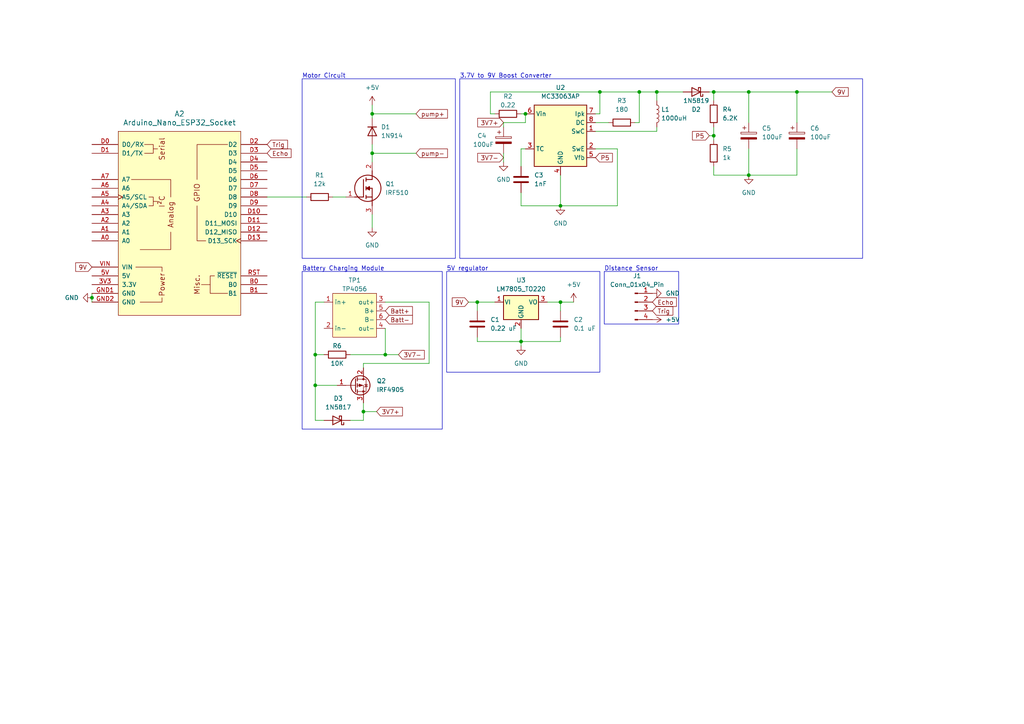
<source format=kicad_sch>
(kicad_sch (version 20230121) (generator eeschema)
  (paper "A4")
  (lib_symbols
    (symbol "Connector:Conn_01x04_Pin" (pin_names (offset 1.016) hide)
      (property "Reference" "J" (at 0 5.08 0))
      (property "Value" "Conn_01x04_Pin" (at 0 -7.62 0))
      (symbol "Conn_01x04_Pin_1_1"
        (polyline (pts (xy 1.27 -5.08) (xy 0.8636 -5.08)) (stroke (width 0.1524)))
        (polyline (pts (xy 1.27 -2.54) (xy 0.8636 -2.54)) (stroke (width 0.1524)))
        (polyline (pts (xy 1.27 0) (xy 0.8636 0)) (stroke (width 0.1524)))
        (polyline (pts (xy 1.27 2.54) (xy 0.8636 2.54)) (stroke (width 0.1524)))
        (rectangle (start 0.8636 -4.953) (end 0 -5.207) (stroke (width 0.1524)) (fill (type outline)))
        (rectangle (start 0.8636 -2.413) (end 0 -2.667) (stroke (width 0.1524)) (fill (type outline)))
        (rectangle (start 0.8636 0.127) (end 0 -0.127) (stroke (width 0.1524)) (fill (type outline)))
        (rectangle (start 0.8636 2.667) (end 0 2.413) (stroke (width 0.1524)) (fill (type outline)))
        (pin passive line (at 5.08 2.54 180) (length 3.81) (name "Pin_1") (number "1"))
        (pin passive line (at 5.08 0 180) (length 3.81) (name "Pin_2") (number "2"))
        (pin passive line (at 5.08 -2.54 180) (length 3.81) (name "Pin_3") (number "3"))
        (pin passive line (at 5.08 -5.08 180) (length 3.81) (name "Pin_4") (number "4"))
      )
    )
    (symbol "Device:C" (pin_numbers hide) (pin_names (offset 0.254))
      (property "Reference" "C" (at 0.635 2.54 0))
      (property "Value" "C" (at 0.635 -2.54 0))
      (symbol "C_0_1"
        (polyline (pts (xy -2.032 -0.762) (xy 2.032 -0.762)) (stroke (width 0.508)))
        (polyline (pts (xy -2.032 0.762) (xy 2.032 0.762)) (stroke (width 0.508)))
      )
      (symbol "C_1_1"
        (pin passive line (at 0 3.81 270) (length 2.794) (name "~") (number "1"))
        (pin passive line (at 0 -3.81 90) (length 2.794) (name "~") (number "2"))
      )
    )
    (symbol "Device:C_Polarized" (pin_numbers hide) (pin_names (offset 0.254))
      (property "Reference" "C" (at 0.635 2.54 0))
      (property "Value" "C_Polarized" (at 0.635 -2.54 0))
      (symbol "C_Polarized_0_1"
        (rectangle (start -2.286 0.508) (end 2.286 1.016))
        (polyline (pts (xy -1.778 2.286) (xy -0.762 2.286)))
        (polyline (pts (xy -1.27 2.794) (xy -1.27 1.778)))
        (rectangle (start 2.286 -0.508) (end -2.286 -1.016) (fill (type outline)))
      )
      (symbol "C_Polarized_1_1"
        (pin passive line (at 0 3.81 270) (length 2.794) (name "~") (number "1"))
        (pin passive line (at 0 -3.81 90) (length 2.794) (name "~") (number "2"))
      )
    )
    (symbol "Device:L" (pin_numbers hide) (pin_names (offset 1.016) hide)
      (property "Reference" "L" (at -1.27 0 90))
      (property "Value" "L" (at 1.905 0 90))
      (symbol "L_0_1"
        (arc (start 0 -2.54) (mid 0.6323 -1.905) (end 0 -1.27))
        (arc (start 0 -1.27) (mid 0.6323 -0.635) (end 0 0))
        (arc (start 0 0) (mid 0.6323 0.635) (end 0 1.27))
        (arc (start 0 1.27) (mid 0.6323 1.905) (end 0 2.54))
      )
      (symbol "L_1_1"
        (pin passive line (at 0 3.81 270) (length 1.27) (name "1") (number "1"))
        (pin passive line (at 0 -3.81 90) (length 1.27) (name "2") (number "2"))
      )
    )
    (symbol "Device:R" (pin_numbers hide) (pin_names (offset 0))
      (property "Reference" "R" (at 2.032 0 90))
      (property "Value" "R" (at 0 0 90))
      (symbol "R_0_1"
        (rectangle (start -1.016 -2.54) (end 1.016 2.54) (stroke (width 0.254)))
      )
      (symbol "R_1_1"
        (pin passive line (at 0 3.81 270) (length 1.27) (name "~") (number "1"))
        (pin passive line (at 0 -3.81 90) (length 1.27) (name "~") (number "2"))
      )
    )
    (symbol "Diode:1N5817" (pin_numbers hide) (pin_names (offset 1.016) hide)
      (property "Reference" "D" (at 0 2.54 0))
      (property "Value" "1N5817" (at 0 -2.54 0))
      (symbol "1N5817_0_1"
        (polyline (pts (xy 1.27 0) (xy -1.27 0)))
        (polyline (pts (xy 1.27 1.27) (xy 1.27 -1.27) (xy -1.27 0) (xy 1.27 1.27)) (stroke (width 0.254)))
        (polyline (pts (xy -1.905 0.635) (xy -1.905 1.27) (xy -1.27 1.27) (xy -1.27 -1.27) (xy -0.635 -1.27) (xy -0.635 -0.635)) (stroke (width 0.254)))
      )
      (symbol "1N5817_1_1"
        (pin passive line (at -3.81 0 0) (length 2.54) (name "K") (number "1"))
        (pin passive line (at 3.81 0 180) (length 2.54) (name "A") (number "2"))
      )
    )
    (symbol "Diode:1N5819" (pin_numbers hide) (pin_names (offset 1.016) hide)
      (property "Reference" "D" (at 0 2.54 0))
      (property "Value" "1N5819" (at 0 -2.54 0))
      (symbol "1N5819_0_1"
        (polyline (pts (xy 1.27 0) (xy -1.27 0)))
        (polyline (pts (xy 1.27 1.27) (xy 1.27 -1.27) (xy -1.27 0) (xy 1.27 1.27)) (stroke (width 0.254)))
        (polyline (pts (xy -1.905 0.635) (xy -1.905 1.27) (xy -1.27 1.27) (xy -1.27 -1.27) (xy -0.635 -1.27) (xy -0.635 -0.635)) (stroke (width 0.254)))
      )
      (symbol "1N5819_1_1"
        (pin passive line (at -3.81 0 0) (length 2.54) (name "K") (number "1"))
        (pin passive line (at 3.81 0 180) (length 2.54) (name "A") (number "2"))
      )
    )
    (symbol "Diode:1N914" (pin_numbers hide) (pin_names hide)
      (property "Reference" "D" (at 0 2.54 0))
      (property "Value" "1N914" (at 0 -2.54 0))
      (symbol "1N914_0_1"
        (polyline (pts (xy -1.27 1.27) (xy -1.27 -1.27)) (stroke (width 0.254)))
        (polyline (pts (xy 1.27 0) (xy -1.27 0)))
        (polyline (pts (xy 1.27 1.27) (xy 1.27 -1.27) (xy -1.27 0) (xy 1.27 1.27)) (stroke (width 0.254)))
      )
      (symbol "1N914_1_1"
        (pin passive line (at -3.81 0 0) (length 2.54) (name "K") (number "1"))
        (pin passive line (at 3.81 0 180) (length 2.54) (name "A") (number "2"))
      )
    )
    (symbol "IRF510:IRF510" (pin_names hide)
      (property "Reference" "Q" (at 11.43 3.81 0))
      (property "Value" "IRF510" (at 11.43 1.27 0))
      (symbol "IRF510_1_1"
        (polyline (pts (xy 2.54 0) (xy 5.08 0)) (stroke (width 0.254)))
        (polyline (pts (xy 5.08 5.08) (xy 5.08 0)) (stroke (width 0.254)))
        (polyline (pts (xy 5.842 -0.508) (xy 5.842 0.508)) (stroke (width 0.254)))
        (polyline (pts (xy 5.842 0) (xy 7.62 0)) (stroke (width 0.254)))
        (polyline (pts (xy 5.842 2.032) (xy 5.842 3.048)) (stroke (width 0.254)))
        (polyline (pts (xy 5.842 5.588) (xy 5.842 4.572)) (stroke (width 0.254)))
        (polyline (pts (xy 7.62 2.54) (xy 5.842 2.54)) (stroke (width 0.254)))
        (polyline (pts (xy 7.62 2.54) (xy 7.62 -2.54)) (stroke (width 0.254)))
        (polyline (pts (xy 7.62 5.08) (xy 5.842 5.08)) (stroke (width 0.254)))
        (polyline (pts (xy 7.62 5.08) (xy 7.62 7.62)) (stroke (width 0.254)))
        (polyline (pts (xy 5.842 2.54) (xy 6.858 3.048) (xy 6.858 2.032) (xy 5.842 2.54)) (stroke (width 0.254)) (fill (type outline)))
        (circle (center 6.35 2.54) (radius 3.81) (stroke (width 0.254)))
        (pin passive line (at 0 0 0) (length 2.54) (name "G") (number "1"))
        (pin passive line (at 7.62 10.16 270) (length 2.54) (name "D") (number "2"))
        (pin passive line (at 7.62 -5.08 90) (length 2.54) (name "S") (number "3"))
      )
    )
    (symbol "Regulator_Linear:LM7805_TO220" (pin_names (offset 0.254))
      (property "Reference" "U" (at -3.81 3.175 0))
      (property "Value" "LM7805_TO220" (at 0 3.175 0))
      (symbol "LM7805_TO220_0_1"
        (rectangle (start -5.08 1.905) (end 5.08 -5.08) (stroke (width 0.254)) (fill (type background)))
      )
      (symbol "LM7805_TO220_1_1"
        (pin power_in line (at -7.62 0 0) (length 2.54) (name "VI") (number "1"))
        (pin power_in line (at 0 -7.62 90) (length 2.54) (name "GND") (number "2"))
        (pin power_out line (at 7.62 0 180) (length 2.54) (name "VO") (number "3"))
      )
    )
    (symbol "Regulator_Switching:MC33063AP"
      (property "Reference" "U" (at -7.62 8.89 0))
      (property "Value" "MC33063AP" (at 0 8.89 0))
      (symbol "MC33063AP_0_1"
        (rectangle (start -7.62 7.62) (end 7.62 -10.16) (stroke (width 0.254)) (fill (type background)))
      )
      (symbol "MC33063AP_1_1"
        (pin open_collector line (at 10.16 0 180) (length 2.54) (name "SwC") (number "1"))
        (pin open_emitter line (at 10.16 -5.08 180) (length 2.54) (name "SwE") (number "2"))
        (pin passive line (at -10.16 -5.08 0) (length 2.54) (name "TC") (number "3"))
        (pin power_in line (at 0 -12.7 90) (length 2.54) (name "GND") (number "4"))
        (pin input line (at 10.16 -7.62 180) (length 2.54) (name "Vfb") (number "5"))
        (pin power_in line (at -10.16 5.08 0) (length 2.54) (name "Vin") (number "6"))
        (pin input line (at 10.16 5.08 180) (length 2.54) (name "Ipk") (number "7"))
        (pin open_collector line (at 10.16 2.54 180) (length 2.54) (name "DC") (number "8"))
      )
    )
    (symbol "TP4056:TP4056"
      (property "Reference" "TP4056" (at 0 7.62 0))
      (symbol "TP4056_1_1"
        (rectangle (start -6.35 6.35) (end 6.35 -6.35) (fill (type background)))
        (pin input line (at -8.89 3.81 0) (length 2.54) (name "in+") (number "1"))
        (pin input line (at -8.89 -3.81 0) (length 2.54) (name "in-") (number "2"))
        (pin output line (at 8.89 3.81 180) (length 2.54) (name "out+") (number "3"))
        (pin output line (at 8.89 -3.81 180) (length 2.54) (name "out-") (number "4"))
        (pin output line (at 8.89 1.27 180) (length 2.54) (name "B+") (number "5"))
        (pin output line (at 8.89 -1.27 180) (length 2.54) (name "B-") (number "6"))
      )
    )
    (symbol "Transistor_FET:IRF4905" (pin_names hide)
      (property "Reference" "Q" (at 5.08 1.905 0))
      (property "Value" "IRF4905" (at 5.08 0 0))
      (symbol "IRF4905_0_1"
        (polyline (pts (xy 0.254 0) (xy -2.54 0)))
        (polyline (pts (xy 0.254 1.905) (xy 0.254 -1.905)) (stroke (width 0.254)))
        (polyline (pts (xy 0.762 -1.27) (xy 0.762 -2.286)) (stroke (width 0.254)))
        (polyline (pts (xy 0.762 0.508) (xy 0.762 -0.508)) (stroke (width 0.254)))
        (polyline (pts (xy 0.762 2.286) (xy 0.762 1.27)) (stroke (width 0.254)))
        (polyline (pts (xy 2.54 2.54) (xy 2.54 1.778)))
        (polyline (pts (xy 2.54 -2.54) (xy 2.54 0) (xy 0.762 0)))
        (polyline (pts (xy 0.762 1.778) (xy 3.302 1.778) (xy 3.302 -1.778) (xy 0.762 -1.778)))
        (polyline (pts (xy 2.286 0) (xy 1.27 0.381) (xy 1.27 -0.381) (xy 2.286 0)) (fill (type outline)))
        (polyline (pts (xy 2.794 -0.508) (xy 2.921 -0.381) (xy 3.683 -0.381) (xy 3.81 -0.254)))
        (polyline (pts (xy 3.302 -0.381) (xy 2.921 0.254) (xy 3.683 0.254) (xy 3.302 -0.381)))
        (circle (center 1.651 0) (radius 2.794) (stroke (width 0.254)))
        (circle (center 2.54 -1.778) (radius 0.254) (fill (type outline)))
        (circle (center 2.54 1.778) (radius 0.254) (fill (type outline)))
      )
      (symbol "IRF4905_1_1"
        (pin input line (at -5.08 0 0) (length 2.54) (name "G") (number "1"))
        (pin passive line (at 2.54 5.08 270) (length 2.54) (name "D") (number "2"))
        (pin passive line (at 2.54 -5.08 90) (length 2.54) (name "S") (number "3"))
      )
    )
    (symbol "arduino-library:Arduino_Nano_ESP32_Socket" (pin_names (offset 1.016))
      (property "Reference" "A" (at 0 33.02 0))
      (property "Value" "Arduino_Nano_ESP32_Socket" (at 0 29.21 0))
      (symbol "Arduino_Nano_ESP32_Socket_0_0"
        (rectangle (start -17.78 26.67) (end 17.78 -26.67) (fill (type background)))
        (polyline (pts (xy -7.62 6.35) (xy -6.35 6.35)))
        (polyline (pts (xy -7.62 21.59) (xy -6.35 21.59)))
        (polyline (pts (xy 8.89 -17.78) (xy 6.35 -17.78)))
        (polyline (pts (xy -11.43 -22.86) (xy -5.08 -22.86) (xy -5.08 -21.59)))
        (polyline (pts (xy -5.08 -13.97) (xy -5.08 -12.7) (xy -12.7 -12.7)))
        (polyline (pts (xy -10.16 22.86) (xy -7.62 22.86) (xy -7.62 20.32) (xy -10.16 20.32)))
        (polyline (pts (xy -8.89 7.62) (xy -7.62 7.62) (xy -7.62 5.08) (xy -8.89 5.08)))
        (text "Analog" (at -2.54 2.54 900) (effects (font (size 1.524 1.524))))
        (text "I²C" (at -5.08 6.35 900) (effects (font (size 1.524 1.524))))
        (text "Misc." (at 5.08 -17.78 900) (effects (font (size 1.524 1.524))))
        (text "Power" (at -5.08 -17.78 900) (effects (font (size 1.524 1.524))))
        (text "Serial" (at -5.08 21.59 900) (effects (font (size 1.524 1.524))))
      )
      (symbol "Arduino_Nano_ESP32_Socket_0_1"
        (polyline (pts (xy -13.97 12.7) (xy -2.54 12.7) (xy -2.54 7.62)))
        (polyline (pts (xy -11.43 -7.62) (xy -2.54 -7.62) (xy -2.54 -2.54)))
        (polyline (pts (xy 7.62 -5.08) (xy 5.08 -5.08) (xy 5.08 5.08)))
        (polyline (pts (xy 13.97 22.86) (xy 5.08 22.86) (xy 5.08 12.7)))
        (polyline (pts (xy 10.16 -15.24) (xy 8.89 -15.24) (xy 8.89 -20.32) (xy 13.97 -20.32)))
      )
      (symbol "Arduino_Nano_ESP32_Socket_1_0"
        (text "GPIO" (at 5.08 8.89 900) (effects (font (size 1.524 1.524))))
      )
      (symbol "Arduino_Nano_ESP32_Socket_1_1"
        (pin power_out line (at -25.4 -17.78 0) (length 7.62) (name "3.3V") (number "3V3"))
        (pin power_in line (at -25.4 -15.24 0) (length 7.62) (name "5V") (number "5V"))
        (pin bidirectional line (at -25.4 -5.08 0) (length 7.62) (name "A0") (number "A0"))
        (pin bidirectional line (at -25.4 -2.54 0) (length 7.62) (name "A1") (number "A1"))
        (pin bidirectional line (at -25.4 0 0) (length 7.62) (name "A2") (number "A2"))
        (pin bidirectional line (at -25.4 2.54 0) (length 7.62) (name "A3") (number "A3"))
        (pin bidirectional line (at -25.4 5.08 0) (length 7.62) (name "A4/SDA") (number "A4"))
        (pin bidirectional clock (at -25.4 7.62 0) (length 7.62) (name "A5/SCL") (number "A5"))
        (pin input line (at -25.4 10.16 0) (length 7.62) (name "A6") (number "A6"))
        (pin input line (at -25.4 12.7 0) (length 7.62) (name "A7") (number "A7"))
        (pin bidirectional line (at 25.4 -17.78 180) (length 7.62) (name "B0") (number "B0"))
        (pin bidirectional line (at 25.4 -20.32 180) (length 7.62) (name "B1") (number "B1"))
        (pin bidirectional line (at -25.4 22.86 0) (length 7.62) (name "D0/RX") (number "D0"))
        (pin bidirectional line (at -25.4 20.32 0) (length 7.62) (name "D1/TX") (number "D1"))
        (pin bidirectional line (at 25.4 2.54 180) (length 7.62) (name "D10") (number "D10"))
        (pin bidirectional line (at 25.4 0 180) (length 7.62) (name "D11_MOSI") (number "D11"))
        (pin bidirectional line (at 25.4 -2.54 180) (length 7.62) (name "D12_MISO") (number "D12"))
        (pin bidirectional clock (at 25.4 -5.08 180) (length 7.62) (name "D13_SCK") (number "D13"))
        (pin bidirectional line (at 25.4 22.86 180) (length 7.62) (name "D2") (number "D2"))
        (pin bidirectional line (at 25.4 20.32 180) (length 7.62) (name "D3") (number "D3"))
        (pin bidirectional line (at 25.4 17.78 180) (length 7.62) (name "D4") (number "D4"))
        (pin bidirectional line (at 25.4 15.24 180) (length 7.62) (name "D5") (number "D5"))
        (pin bidirectional line (at 25.4 12.7 180) (length 7.62) (name "D6") (number "D6"))
        (pin bidirectional line (at 25.4 10.16 180) (length 7.62) (name "D7") (number "D7"))
        (pin bidirectional line (at 25.4 7.62 180) (length 7.62) (name "D8") (number "D8"))
        (pin bidirectional line (at 25.4 5.08 180) (length 7.62) (name "D9") (number "D9"))
        (pin power_in line (at -25.4 -20.32 0) (length 7.62) (name "GND") (number "GND1"))
        (pin power_in line (at -25.4 -22.86 0) (length 7.62) (name "GND") (number "GND2"))
        (pin open_collector line (at 25.4 -15.24 180) (length 7.62) (name "~{RESET}") (number "RST"))
        (pin power_in line (at -25.4 -12.7 0) (length 7.62) (name "VIN") (number "VIN"))
      )
    )
    (symbol "power:+5V" (power) (pin_names (offset 0))
      (property "Value" "+5V" (at 0 3.556 0))
      (symbol "+5V_0_1"
        (polyline (pts (xy -0.762 1.27) (xy 0 2.54)))
        (polyline (pts (xy 0 0) (xy 0 2.54)))
        (polyline (pts (xy 0 2.54) (xy 0.762 1.27)))
      )
      (symbol "+5V_1_1"
        (pin power_in line (at 0 0 90) (length 0) hide (name "+5V") (number "1"))
      )
    )
    (symbol "power:GND" (power) (pin_names (offset 0))
      (property "Value" "GND" (at 0 -3.81 0))
      (symbol "GND_0_1"
        (polyline (pts (xy 0 0) (xy 0 -1.27) (xy 1.27 -1.27) (xy 0 -2.54) (xy -1.27 -1.27) (xy 0 -1.27)))
      )
      (symbol "GND_1_1"
        (pin power_in line (at 0 0 270) (length 0) hide (name "GND") (number "1"))
      )
    )
  )
  (junction (at 151.13 99.06))
  (junction (at 231.14 26.67))
  (junction (at 162.56 87.63))
  (junction (at 190.5 26.67))
  (junction (at 152.4 33.02))
  (junction (at 162.56 59.69))
  (junction (at 91.44 102.87))
  (junction (at 217.17 50.8))
  (junction (at 111.76 102.87))
  (junction (at 26.67 86.36))
  (junction (at 105.41 119.38))
  (junction (at 107.95 44.45))
  (junction (at 217.17 26.67))
  (junction (at 107.95 33.02))
  (junction (at 185.42 26.67))
  (junction (at 138.43 87.63))
  (junction (at 173.99 26.67))
  (junction (at 91.44 111.76))
  (junction (at 207.01 26.67))
  (junction (at 207.01 39.37))
  (wire (pts (xy 107.95 62.23) (xy 107.95 66.04)))
  (wire (pts (xy 111.76 95.25) (xy 111.76 102.87)))
  (wire (pts (xy 91.44 102.87) (xy 93.98 102.87)))
  (wire (pts (xy 91.44 111.76) (xy 97.79 111.76)))
  (wire (pts (xy 142.24 26.67) (xy 173.99 26.67)))
  (wire (pts (xy 26.67 85.09) (xy 26.67 86.36)))
  (wire (pts (xy 231.14 26.67) (xy 241.3 26.67)))
  (wire (pts (xy 217.17 50.8) (xy 231.14 50.8)))
  (wire (pts (xy 185.42 26.67) (xy 185.42 35.56)))
  (wire (pts (xy 124.46 105.41) (xy 105.41 105.41)))
  (wire (pts (xy 26.67 86.36) (xy 26.67 87.63)))
  (wire (pts (xy 184.15 35.56) (xy 185.42 35.56)))
  (wire (pts (xy 207.01 50.8) (xy 217.17 50.8)))
  (wire (pts (xy 190.5 36.83) (xy 190.5 38.1)))
  (wire (pts (xy 135.89 87.63) (xy 138.43 87.63)))
  (wire (pts (xy 151.13 33.02) (xy 152.4 33.02)))
  (wire (pts (xy 173.99 26.67) (xy 185.42 26.67)))
  (wire (pts (xy 172.72 33.02) (xy 173.99 33.02)))
  (wire (pts (xy 207.01 26.67) (xy 217.17 26.67)))
  (wire (pts (xy 173.99 26.67) (xy 173.99 33.02)))
  (wire (pts (xy 162.56 87.63) (xy 166.37 87.63)))
  (wire (pts (xy 107.95 30.48) (xy 107.95 33.02)))
  (wire (pts (xy 101.6 102.87) (xy 111.76 102.87)))
  (wire (pts (xy 190.5 29.21) (xy 190.5 26.67)))
  (wire (pts (xy 138.43 87.63) (xy 138.43 90.17)))
  (wire (pts (xy 205.74 39.37) (xy 207.01 39.37)))
  (wire (pts (xy 151.13 99.06) (xy 162.56 99.06)))
  (wire (pts (xy 105.41 105.41) (xy 105.41 106.68)))
  (wire (pts (xy 207.01 48.26) (xy 207.01 50.8)))
  (wire (pts (xy 207.01 39.37) (xy 207.01 40.64)))
  (wire (pts (xy 162.56 59.69) (xy 179.07 59.69)))
  (wire (pts (xy 205.74 26.67) (xy 207.01 26.67)))
  (wire (pts (xy 162.56 97.79) (xy 162.56 99.06)))
  (wire (pts (xy 124.46 87.63) (xy 124.46 105.41)))
  (wire (pts (xy 146.05 35.56) (xy 146.05 36.83)))
  (wire (pts (xy 217.17 26.67) (xy 231.14 26.67)))
  (wire (pts (xy 138.43 99.06) (xy 151.13 99.06)))
  (wire (pts (xy 77.47 57.15) (xy 88.9 57.15)))
  (wire (pts (xy 179.07 43.18) (xy 179.07 59.69)))
  (wire (pts (xy 107.95 33.02) (xy 120.65 33.02)))
  (wire (pts (xy 143.51 33.02) (xy 142.24 33.02)))
  (wire (pts (xy 207.01 26.67) (xy 207.01 29.21)))
  (wire (pts (xy 91.44 111.76) (xy 91.44 121.92)))
  (wire (pts (xy 231.14 43.18) (xy 231.14 50.8)))
  (wire (pts (xy 231.14 26.67) (xy 231.14 35.56)))
  (wire (pts (xy 190.5 26.67) (xy 198.12 26.67)))
  (wire (pts (xy 162.56 87.63) (xy 162.56 90.17)))
  (wire (pts (xy 217.17 26.67) (xy 217.17 35.56)))
  (wire (pts (xy 162.56 50.8) (xy 162.56 59.69)))
  (wire (pts (xy 96.52 57.15) (xy 100.33 57.15)))
  (wire (pts (xy 172.72 38.1) (xy 190.5 38.1)))
  (wire (pts (xy 109.22 119.38) (xy 105.41 119.38)))
  (wire (pts (xy 151.13 59.69) (xy 162.56 59.69)))
  (wire (pts (xy 105.41 119.38) (xy 105.41 121.92)))
  (wire (pts (xy 151.13 100.33) (xy 151.13 99.06)))
  (wire (pts (xy 152.4 33.02) (xy 152.4 35.56)))
  (wire (pts (xy 107.95 44.45) (xy 120.65 44.45)))
  (wire (pts (xy 142.24 33.02) (xy 142.24 26.67)))
  (wire (pts (xy 107.95 41.91) (xy 107.95 44.45)))
  (wire (pts (xy 101.6 121.92) (xy 105.41 121.92)))
  (wire (pts (xy 146.05 44.45) (xy 146.05 46.99)))
  (wire (pts (xy 172.72 35.56) (xy 176.53 35.56)))
  (wire (pts (xy 107.95 33.02) (xy 107.95 34.29)))
  (wire (pts (xy 185.42 26.67) (xy 190.5 26.67)))
  (wire (pts (xy 217.17 43.18) (xy 217.17 50.8)))
  (wire (pts (xy 111.76 102.87) (xy 115.57 102.87)))
  (wire (pts (xy 151.13 99.06) (xy 151.13 95.25)))
  (wire (pts (xy 152.4 43.18) (xy 151.13 43.18)))
  (wire (pts (xy 151.13 55.88) (xy 151.13 59.69)))
  (wire (pts (xy 107.95 44.45) (xy 107.95 46.99)))
  (wire (pts (xy 111.76 87.63) (xy 124.46 87.63)))
  (wire (pts (xy 138.43 87.63) (xy 143.51 87.63)))
  (wire (pts (xy 207.01 36.83) (xy 207.01 39.37)))
  (wire (pts (xy 91.44 87.63) (xy 91.44 102.87)))
  (wire (pts (xy 138.43 97.79) (xy 138.43 99.06)))
  (wire (pts (xy 172.72 43.18) (xy 179.07 43.18)))
  (wire (pts (xy 105.41 116.84) (xy 105.41 119.38)))
  (wire (pts (xy 91.44 121.92) (xy 93.98 121.92)))
  (wire (pts (xy 93.98 87.63) (xy 91.44 87.63)))
  (wire (pts (xy 151.13 43.18) (xy 151.13 48.26)))
  (wire (pts (xy 91.44 102.87) (xy 91.44 111.76)))
  (wire (pts (xy 158.75 87.63) (xy 162.56 87.63)))
  (wire (pts (xy 146.05 35.56) (xy 152.4 35.56)))
  (rectangle (start 129.54 78.74) (end 173.99 107.95))
  (rectangle (start 175.26 78.74) (end 196.85 93.98))
  (rectangle (start 87.63 78.74) (end 128.27 124.46))
  (rectangle (start 87.63 22.86) (end 132.08 74.93))
  (rectangle (start 133.35 22.86) (end 250.19 74.93))
  (text "Distance Sensor" (at 175.26 78.74 0) (effects (font (size 1.27 1.27)) (justify left bottom)))
  (text "3.7V to 9V Boost Converter" (at 133.35 22.86 0) (effects (font (size 1.27 1.27)) (justify left bottom)))
  (text "5V regulator" (at 129.54 78.74 0) (effects (font (size 1.27 1.27)) (justify left bottom)))
  (text "Battery Charging Module" (at 87.63 78.74 0) (effects (font (size 1.27 1.27)) (justify left bottom)))
  (text "Motor Circuit" (at 87.63 22.86 0) (effects (font (size 1.27 1.27)) (justify left bottom)))
  (global_label "9V" (shape input) (at 135.89 87.63 180) (property "Intersheetrefs" "${INTERSHEET_REFS}" (effects hide)))
  (global_label "9V" (shape input) (at 26.67 77.47 180) (property "Intersheetrefs" "${INTERSHEET_REFS}" (effects hide)))
  (global_label "3V7-" (shape input) (at 146.05 45.72 180) (property "Intersheetrefs" "${INTERSHEET_REFS}" (effects hide)))
  (global_label "Echo" (shape input) (at 189.23 87.63 0) (property "Intersheetrefs" "${INTERSHEET_REFS}" (effects hide)))
  (global_label "3V7-" (shape input) (at 115.57 102.87 0) (property "Intersheetrefs" "${INTERSHEET_REFS}" (effects hide)))
  (global_label "P5" (shape input) (at 172.72 45.72 0) (property "Intersheetrefs" "${INTERSHEET_REFS}" (effects hide)))
  (global_label "Trig" (shape input) (at 189.23 90.17 0) (property "Intersheetrefs" "${INTERSHEET_REFS}" (effects hide)))
  (global_label "Echo" (shape input) (at 77.47 44.45 0) (property "Intersheetrefs" "${INTERSHEET_REFS}" (effects hide)))
  (global_label "3V7+" (shape input) (at 109.22 119.38 0) (property "Intersheetrefs" "${INTERSHEET_REFS}" (effects hide)))
  (global_label "pump-" (shape input) (at 120.65 44.45 0) (property "Intersheetrefs" "${INTERSHEET_REFS}" (effects hide)))
  (global_label "Batt-" (shape input) (at 111.76 92.71 0) (property "Intersheetrefs" "${INTERSHEET_REFS}" (effects hide)))
  (global_label "Batt+" (shape input) (at 111.76 90.17 0) (property "Intersheetrefs" "${INTERSHEET_REFS}" (effects hide)))
  (global_label "pump+" (shape input) (at 120.65 33.02 0) (property "Intersheetrefs" "${INTERSHEET_REFS}" (effects hide)))
  (global_label "Trig" (shape input) (at 77.47 41.91 0) (property "Intersheetrefs" "${INTERSHEET_REFS}" (effects hide)))
  (global_label "P5" (shape input) (at 205.74 39.37 180) (property "Intersheetrefs" "${INTERSHEET_REFS}" (effects hide)))
  (global_label "3V7+" (shape input) (at 146.05 35.56 180) (property "Intersheetrefs" "${INTERSHEET_REFS}" (effects hide)))
  (global_label "9V" (shape input) (at 241.3 26.67 0) (property "Intersheetrefs" "${INTERSHEET_REFS}" (effects hide)))
  (symbol (lib_id "Diode:1N914") (at 107.95 38.1 270) (unit 1)
    (property "Reference" "D1" (at 110.49 36.83 90) (effects (justify left)))
    (property "Value" "1N914" (at 110.49 39.37 90) (effects (justify left)))
    (property "Footprint" "Diode_THT:D_DO-35_SOD27_P7.62mm_Horizontal" (effects hide))
    (property "Datasheet" "http://www.vishay.com/docs/85622/1n914.pdf" (effects hide))
    (property "Sim.Device" "D" (effects hide))
    (property "Sim.Pins" "1=K 2=A" (effects hide))
  )
  (symbol (lib_id "power:GND") (at 151.13 100.33 0) (unit 1)
    (property "Reference" "#PWR05" (effects hide))
    (property "Value" "GND" (at 151.13 105.41 0))
  )
  (symbol (lib_id "Regulator_Linear:LM7805_TO220") (at 151.13 87.63 0) (unit 1)
    (property "Reference" "U3" (at 151.13 81.28 0))
    (property "Value" "LM7805_TO220" (at 151.13 83.82 0))
    (property "Footprint" "Package_TO_SOT_THT:TO-220-3_Vertical" (effects hide))
    (property "Datasheet" "https://www.onsemi.cn/PowerSolutions/document/MC7800-D.PDF" (effects hide))
  )
  (symbol (lib_id "Device:C") (at 162.56 93.98 0) (unit 1)
    (property "Reference" "C2" (at 166.37 92.71 0) (effects (justify left)))
    (property "Value" "0.1 uF" (at 166.37 95.25 0) (effects (justify left)))
    (property "Footprint" "Capacitor_THT:C_Axial_L5.1mm_D3.1mm_P7.50mm_Horizontal" (effects hide))
  )
  (symbol (lib_id "Device:R") (at 92.71 57.15 90) (unit 1)
    (property "Reference" "R1" (at 92.71 50.8 90))
    (property "Value" "12k" (at 92.71 53.34 90))
    (property "Footprint" "Resistor_THT:R_Axial_DIN0207_L6.3mm_D2.5mm_P7.62mm_Horizontal" (effects hide))
  )
  (symbol (lib_id "power:+5V") (at 107.95 30.48 0) (unit 1)
    (property "Reference" "#PWR02" (effects hide))
    (property "Value" "+5V" (at 107.95 25.4 0))
  )
  (symbol (lib_id "Connector:Conn_01x04_Pin") (at 184.15 87.63 0) (unit 1)
    (property "Reference" "J1" (at 184.785 80.01 0))
    (property "Value" "Conn_01x04_Pin" (at 184.785 82.55 0))
    (property "Footprint" "Connector_PinHeader_2.54mm:PinHeader_1x04_P2.54mm_Vertical" (effects hide))
  )
  (symbol (lib_id "IRF510:IRF510") (at 100.33 57.15 0) (unit 1)
    (property "Reference" "Q1" (at 111.76 53.34 0) (effects (justify left)))
    (property "Value" "IRF510" (at 111.76 55.88 0) (effects (justify left)))
    (property "Footprint" "footprints:IRF510PBF" (effects hide))
    (property "Datasheet" "https://datasheet.datasheetarchive.com/originals/distributors/Datasheets-DGA23/1581363.pdf" (effects hide))
    (property "Height" "4.65" (effects hide))
    (property "Mouser Part Number" "844-IRF510" (effects hide))
    (property "Mouser Price/Stock" "https://www.mouser.co.uk/ProductDetail/Vishay-Siliconix/IRF510?qs=ehM%252BESVsXgwwPzb18JjqFw%3D%3D" (effects hide))
    (property "Manufacturer_Name" "Vishay" (effects hide))
    (property "Manufacturer_Part_Number" "IRF510" (effects hide))
  )
  (symbol (lib_id "Device:C") (at 138.43 93.98 0) (unit 1)
    (property "Reference" "C1" (at 142.24 92.71 0) (effects (justify left)))
    (property "Value" "0.22 uF" (at 142.24 95.25 0) (effects (justify left)))
    (property "Footprint" "Capacitor_THT:C_Axial_L5.1mm_D3.1mm_P7.50mm_Horizontal" (effects hide))
  )
  (symbol (lib_id "power:GND") (at 26.67 86.36 270) (unit 1)
    (property "Reference" "#PWR03" (effects hide))
    (property "Value" "GND" (at 22.86 86.36 90) (effects (justify right)))
  )
  (symbol (lib_id "arduino-library:Arduino_Nano_ESP32_Socket") (at 52.07 64.77 0) (unit 1)
    (property "Reference" "A2" (at 52.07 33.02 0) (effects (font (size 1.524 1.524))))
    (property "Value" "Arduino_Nano_ESP32_Socket" (at 52.07 35.56 0) (effects (font (size 1.524 1.524))))
    (property "Footprint" "footprints:Arduino_Nano_ESP32_Socket" (effects hide))
    (property "Datasheet" "https://docs.arduino.cc/hardware/nano-esp32" (effects hide))
  )
  (symbol (lib_id "power:GND") (at 189.23 85.09 90) (unit 1)
    (property "Reference" "#PWR07" (effects hide))
    (property "Value" "GND" (at 193.04 85.09 90) (effects (justify right)))
  )
  (symbol (lib_id "Device:L") (at 190.5 33.02 0) (unit 1)
    (property "Reference" "L1" (at 191.77 31.75 0) (effects (justify left)))
    (property "Value" "1000uH" (at 191.77 34.29 0) (effects (justify left)))
    (property "Footprint" "Inductor_THT:L_Axial_L7.0mm_D3.3mm_P10.16mm_Horizontal_Fastron_MICC" (effects hide))
  )
  (symbol (lib_id "Diode:1N5817") (at 97.79 121.92 180) (unit 1)
    (property "Reference" "D3" (at 98.1075 115.57 0))
    (property "Value" "1N5817" (at 98.1075 118.11 0))
    (property "Footprint" "Diode_THT:D_DO-41_SOD81_P10.16mm_Horizontal" (effects hide))
    (property "Datasheet" "http://www.vishay.com/docs/88525/1n5817.pdf" (effects hide))
  )
  (symbol (lib_id "power:+5V") (at 166.37 87.63 0) (unit 1)
    (property "Reference" "#PWR06" (effects hide))
    (property "Value" "+5V" (at 166.37 82.55 0))
  )
  (symbol (lib_id "Device:C_Polarized") (at 217.17 39.37 0) (unit 1)
    (property "Reference" "C5" (at 220.98 37.211 0) (effects (justify left)))
    (property "Value" "100uF" (at 220.98 39.751 0) (effects (justify left)))
    (property "Footprint" "Capacitor_THT:CP_Radial_Tantal_D6.0mm_P2.50mm" (effects hide))
  )
  (symbol (lib_id "power:GND") (at 162.56 59.69 0) (unit 1)
    (property "Reference" "#PWR08" (effects hide))
    (property "Value" "GND" (at 162.56 64.77 0))
  )
  (symbol (lib_id "Device:C_Polarized") (at 146.05 40.64 0) (unit 1)
    (property "Reference" "C4" (at 138.43 39.37 0) (effects (justify left)))
    (property "Value" "100uF" (at 137.16 41.91 0) (effects (justify left)))
    (property "Footprint" "Capacitor_THT:CP_Radial_Tantal_D6.0mm_P2.50mm" (effects hide))
  )
  (symbol (lib_id "Regulator_Switching:MC33063AP") (at 162.56 38.1 0) (unit 1)
    (property "Reference" "U2" (at 162.56 25.4 0))
    (property "Value" "MC33063AP" (at 162.56 27.94 0))
    (property "Footprint" "Package_DIP:DIP-8_W7.62mm" (effects hide))
    (property "Datasheet" "http://www.onsemi.com/pub_link/Collateral/MC34063A-D.PDF" (effects hide))
  )
  (symbol (lib_id "power:GND") (at 107.95 66.04 0) (unit 1)
    (property "Reference" "#PWR01" (effects hide))
    (property "Value" "GND" (at 107.95 71.12 0))
  )
  (symbol (lib_id "power:GND") (at 217.17 50.8 0) (unit 1)
    (property "Reference" "#PWR010" (effects hide))
    (property "Value" "GND" (at 217.17 55.88 0))
  )
  (symbol (lib_id "Device:R") (at 147.32 33.02 90) (unit 1)
    (property "Reference" "R2" (at 147.32 27.94 90))
    (property "Value" "0.22" (at 147.32 30.48 90))
    (property "Footprint" "Resistor_THT:R_Axial_DIN0207_L6.3mm_D2.5mm_P7.62mm_Horizontal" (effects hide))
  )
  (symbol (lib_id "Device:R") (at 97.79 102.87 90) (unit 1)
    (property "Reference" "R6" (at 97.79 100.33 90))
    (property "Value" "10K" (at 97.79 105.41 90))
    (property "Footprint" "Resistor_THT:R_Axial_DIN0207_L6.3mm_D2.5mm_P7.62mm_Horizontal" (effects hide))
  )
  (symbol (lib_id "Device:C_Polarized") (at 231.14 39.37 0) (unit 1)
    (property "Reference" "C6" (at 234.95 37.211 0) (effects (justify left)))
    (property "Value" "100uF" (at 234.95 39.751 0) (effects (justify left)))
    (property "Footprint" "Capacitor_THT:CP_Radial_Tantal_D6.0mm_P2.50mm" (effects hide))
  )
  (symbol (lib_id "Diode:1N5819") (at 201.93 26.67 180) (unit 1)
    (property "Reference" "D2" (at 201.93 31.75 0))
    (property "Value" "1N5819" (at 201.93 29.21 0))
    (property "Footprint" "Diode_THT:D_DO-41_SOD81_P10.16mm_Horizontal" (effects hide))
    (property "Datasheet" "http://www.vishay.com/docs/88525/1n5817.pdf" (effects hide))
  )
  (symbol (lib_id "Device:R") (at 207.01 33.02 0) (unit 1)
    (property "Reference" "R4" (at 209.55 31.75 0) (effects (justify left)))
    (property "Value" "6.2K" (at 209.55 34.29 0) (effects (justify left)))
    (property "Footprint" "Resistor_THT:R_Axial_DIN0207_L6.3mm_D2.5mm_P7.62mm_Horizontal" (effects hide))
  )
  (symbol (lib_id "power:+5V") (at 189.23 92.71 270) (unit 1)
    (property "Reference" "#PWR04" (effects hide))
    (property "Value" "+5V" (at 193.04 92.71 90) (effects (justify left)))
  )
  (symbol (lib_id "Transistor_FET:IRF4905") (at 102.87 111.76 0) (unit 1)
    (property "Reference" "Q2" (at 109.22 110.49 0) (effects (justify left)))
    (property "Value" "IRF4905" (at 109.22 113.03 0) (effects (justify left)))
    (property "Footprint" "Package_TO_SOT_THT:TO-220-3_Vertical" (effects hide))
    (property "Datasheet" "http://www.infineon.com/dgdl/irf4905.pdf?fileId=5546d462533600a4015355e32165197c" (effects hide))
  )
  (symbol (lib_id "Device:R") (at 180.34 35.56 90) (unit 1)
    (property "Reference" "R3" (at 180.34 29.21 90))
    (property "Value" "180" (at 180.34 31.75 90))
    (property "Footprint" "Resistor_THT:R_Axial_DIN0207_L6.3mm_D2.5mm_P7.62mm_Horizontal" (effects hide))
  )
  (symbol (lib_id "Device:R") (at 207.01 44.45 0) (unit 1)
    (property "Reference" "R5" (at 209.55 43.18 0) (effects (justify left)))
    (property "Value" "1k" (at 209.55 45.72 0) (effects (justify left)))
    (property "Footprint" "Resistor_THT:R_Axial_DIN0207_L6.3mm_D2.5mm_P7.62mm_Horizontal" (effects hide))
  )
  (symbol (lib_id "TP4056:TP4056") (at 102.87 91.44 0) (unit 1)
    (property "Reference" "TP1" (at 102.87 81.28 0))
    (property "Value" "TP4056" (at 102.87 83.82 0))
    (property "Footprint" "TP4056:TP4056-18650" (effects hide))
  )
  (symbol (lib_id "Device:C") (at 151.13 52.07 0) (unit 1)
    (property "Reference" "C3" (at 154.94 50.8 0) (effects (justify left)))
    (property "Value" "1nF" (at 154.94 53.34 0) (effects (justify left)))
    (property "Footprint" "Capacitor_THT:C_Axial_L3.8mm_D2.6mm_P7.50mm_Horizontal" (effects hide))
  )
  (symbol (lib_id "power:GND") (at 146.05 46.99 0) (unit 1)
    (property "Reference" "#PWR09" (effects hide))
    (property "Value" "GND" (at 146.05 52.07 0))
  )
)
</source>
